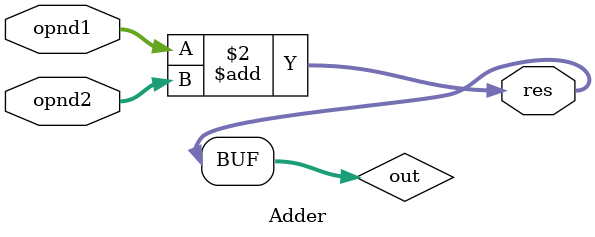
<source format=v>
`timescale 1ns / 1ps


module Adder(
        input [31:0] opnd1,
        input [31:0] opnd2,
        output [31:0] res
    );

    reg [31:0] out;

    always @(*) begin
        out = opnd1 + opnd2;
    end

    assign res = out;
endmodule


</source>
